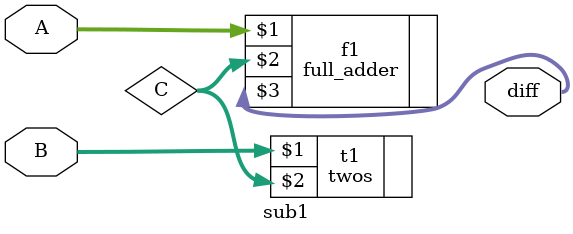
<source format=v>
`timescale 1ns / 1ps


module sub1(
    input [31:0] A,
    input [31:0] B,
    output [31:0] diff
    );
    wire [31:0] C;
    twos t1(B,C);
    full_adder f1(A,C,diff);
endmodule

</source>
